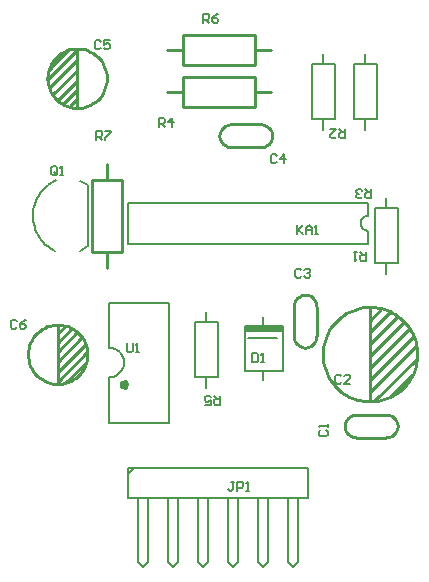
<source format=gto>
%FSLAX44Y44*%
%MOMM*%
G71*
G01*
G75*
%ADD10C,1.7780*%
%ADD11C,1.6000*%
%ADD12R,1.6000X1.6000*%
%ADD13R,1.7556X1.7634*%
%ADD14O,1.7556X1.7634*%
%ADD15R,1.7634X1.7556*%
%ADD16O,1.7634X1.7556*%
%ADD17O,2.5400X1.6764*%
%ADD18C,1.4986*%
%ADD19C,0.2000*%
%ADD20C,0.2540*%
%ADD21C,0.3810*%
%ADD22C,0.1778*%
%ADD23C,0.1270*%
%ADD24R,3.2000X0.5080*%
D19*
X312420Y213770D02*
X309990Y213287D01*
X307930Y211910D01*
X306553Y209850D01*
X306070Y207420D01*
X306553Y204990D01*
X307930Y202930D01*
X309990Y201553D01*
X312420Y201070D01*
X121920Y-83580D02*
X126153Y-79347D01*
X143087Y-79347D02*
X147320Y-83580D01*
X151553Y-79347D01*
X117687D02*
X121920Y-83580D01*
X109643Y-4417D02*
X113877Y-183D01*
X109220Y240D02*
X261620D01*
X109220Y-25160D02*
Y240D01*
X261620Y-25160D02*
Y240D01*
X109220Y-25160D02*
X261620D01*
X117687Y-79347D02*
Y-25414D01*
X126153Y-79347D02*
Y-25160D01*
X143087Y-79347D02*
Y-25414D01*
X151553Y-79347D02*
Y-25414D01*
X172720Y-83580D02*
X176953Y-79347D01*
X193887Y-79347D02*
X198120Y-83580D01*
X202353Y-79347D01*
X168487D02*
X172720Y-83580D01*
X168487Y-79347D02*
Y-25414D01*
X176953Y-79347D02*
Y-25160D01*
X193887Y-79347D02*
Y-25414D01*
X202353Y-79347D02*
Y-25414D01*
X223520Y-83580D02*
X227753Y-79347D01*
X244687Y-79347D02*
X248920Y-83580D01*
X253153Y-79347D01*
X219287D02*
X223520Y-83580D01*
X219287Y-79347D02*
Y-25414D01*
X227753Y-79347D02*
Y-25160D01*
X244687Y-79347D02*
Y-25414D01*
X253153Y-79347D02*
Y-25414D01*
X312420Y213770D02*
Y224670D01*
Y190170D02*
Y201070D01*
X109220Y190170D02*
X312420D01*
X109220D02*
Y224670D01*
X312420D01*
D20*
X74706Y96480D02*
X74577Y99024D01*
X74191Y101542D01*
X73553Y104008D01*
X72668Y106397D01*
X71546Y108683D01*
X70199Y110845D01*
X68640Y112859D01*
X66885Y114706D01*
X64952Y116365D01*
X62861Y117820D01*
X60634Y119056D01*
X58293Y120061D01*
X55863Y120823D01*
X53368Y121336D01*
X50834Y121594D01*
X48286D01*
X45752Y121336D01*
X43257Y120823D01*
X40827Y120061D01*
X38486Y119056D01*
X36259Y117820D01*
X34168Y116365D01*
X32235Y114706D01*
X30480Y112859D01*
X28921Y110845D01*
X27574Y108683D01*
X26452Y106397D01*
X25567Y104008D01*
X24929Y101542D01*
X24543Y99024D01*
X24414Y96480D01*
X24543Y93936D01*
X24929Y91418D01*
X25567Y88952D01*
X26452Y86564D01*
X27574Y84277D01*
X28921Y82115D01*
X30480Y80101D01*
X32235Y78254D01*
X34168Y76595D01*
X36259Y75140D01*
X38486Y73904D01*
X40827Y72899D01*
X43257Y72137D01*
X45752Y71624D01*
X48286Y71366D01*
X50834D01*
X53368Y71624D01*
X55863Y72137D01*
X58293Y72899D01*
X60634Y73904D01*
X62861Y75140D01*
X64952Y76595D01*
X66885Y78254D01*
X68640Y80101D01*
X70199Y82115D01*
X71546Y84277D01*
X72668Y86564D01*
X73553Y88952D01*
X74191Y91418D01*
X74577Y93936D01*
X74706Y96480D01*
X91186Y330200D02*
X91057Y332744D01*
X90671Y335262D01*
X90033Y337728D01*
X89148Y340117D01*
X88026Y342403D01*
X86679Y344565D01*
X85120Y346579D01*
X83365Y348426D01*
X81432Y350085D01*
X79341Y351540D01*
X77114Y352776D01*
X74773Y353781D01*
X72343Y354543D01*
X69848Y355056D01*
X67314Y355314D01*
X64766D01*
X62232Y355056D01*
X59737Y354543D01*
X57307Y353781D01*
X54966Y352776D01*
X52739Y351540D01*
X50648Y350085D01*
X48715Y348426D01*
X46960Y346579D01*
X45401Y344565D01*
X44054Y342403D01*
X42932Y340117D01*
X42047Y337728D01*
X41409Y335262D01*
X41023Y332744D01*
X40894Y330200D01*
X41023Y327656D01*
X41409Y325138D01*
X42047Y322672D01*
X42932Y320284D01*
X44054Y317997D01*
X45401Y315835D01*
X46960Y313821D01*
X48715Y311974D01*
X50648Y310315D01*
X52739Y308860D01*
X54966Y307624D01*
X57307Y306619D01*
X59737Y305857D01*
X62232Y305344D01*
X64766Y305086D01*
X67314D01*
X69848Y305344D01*
X72343Y305857D01*
X74773Y306619D01*
X77114Y307624D01*
X79341Y308860D01*
X81432Y310315D01*
X83365Y311974D01*
X85120Y313821D01*
X86679Y315835D01*
X88026Y317997D01*
X89148Y320284D01*
X90033Y322672D01*
X90671Y325138D01*
X91057Y327656D01*
X91186Y330200D01*
X196152Y291147D02*
X193648Y290841D01*
X191312Y289891D01*
X189307Y288362D01*
X187771Y286362D01*
X186813Y284029D01*
X186499Y281527D01*
X186851Y279030D01*
X187845Y276712D01*
X189411Y274736D01*
X191439Y273238D01*
X193790Y272323D01*
X196297Y272056D01*
X221595Y272054D02*
X224098Y272359D01*
X226434Y273309D01*
X228439Y274838D01*
X229975Y276838D01*
X230933Y279171D01*
X231247Y281673D01*
X230895Y284170D01*
X229901Y286488D01*
X228335Y288464D01*
X226306Y289962D01*
X223956Y290877D01*
X221449Y291144D01*
X249534Y111611D02*
X249839Y109108D01*
X250789Y106772D01*
X252318Y104767D01*
X254318Y103231D01*
X256651Y102273D01*
X259153Y101959D01*
X261650Y102311D01*
X263968Y103305D01*
X265944Y104871D01*
X267442Y106899D01*
X268357Y109250D01*
X268624Y111757D01*
X268626Y137055D02*
X268321Y139558D01*
X267371Y141894D01*
X265842Y143899D01*
X263842Y145435D01*
X261509Y146393D01*
X259007Y146707D01*
X256510Y146355D01*
X254192Y145361D01*
X252216Y143795D01*
X250718Y141767D01*
X249803Y139416D01*
X249536Y136909D01*
X353975Y96520D02*
X353894Y99057D01*
X353653Y101584D01*
X353252Y104090D01*
X352693Y106566D01*
X351978Y109001D01*
X351109Y111386D01*
X350092Y113712D01*
X348929Y115968D01*
X347625Y118146D01*
X346185Y120236D01*
X344616Y122232D01*
X342924Y124123D01*
X341115Y125904D01*
X339197Y127566D01*
X337177Y129103D01*
X335064Y130509D01*
X332865Y131778D01*
X330591Y132905D01*
X328250Y133886D01*
X325851Y134716D01*
X323405Y135393D01*
X320921Y135912D01*
X318408Y136273D01*
X315878Y136475D01*
X313340Y136515D01*
X310805Y136394D01*
X308282Y136113D01*
X305782Y135672D01*
X303316Y135074D01*
X300892Y134320D01*
X298521Y133414D01*
X296212Y132360D01*
X293975Y131161D01*
X291818Y129823D01*
X289750Y128350D01*
X287780Y126750D01*
X285916Y125028D01*
X284164Y123191D01*
X282533Y121246D01*
X281028Y119202D01*
X279655Y117067D01*
X278421Y114849D01*
X277330Y112557D01*
X276387Y110201D01*
X275595Y107789D01*
X274957Y105332D01*
X274477Y102840D01*
X274156Y100322D01*
X273995Y97789D01*
Y95251D01*
X274156Y92718D01*
X274477Y90200D01*
X274957Y87708D01*
X275595Y85251D01*
X276387Y82839D01*
X277330Y80483D01*
X278421Y78191D01*
X279655Y75973D01*
X281028Y73838D01*
X282533Y71794D01*
X284164Y69849D01*
X285916Y68012D01*
X287780Y66290D01*
X289750Y64689D01*
X291818Y63217D01*
X293975Y61879D01*
X296212Y60680D01*
X298521Y59626D01*
X300892Y58720D01*
X303316Y57966D01*
X305782Y57368D01*
X308282Y56927D01*
X310805Y56646D01*
X313340Y56525D01*
X315878Y56565D01*
X318408Y56767D01*
X320921Y57128D01*
X323405Y57648D01*
X325851Y58324D01*
X328250Y59154D01*
X330591Y60135D01*
X332865Y61262D01*
X335064Y62531D01*
X337177Y63937D01*
X339197Y65474D01*
X341115Y67136D01*
X342924Y68917D01*
X344616Y70808D01*
X346185Y72804D01*
X347625Y74894D01*
X348929Y77072D01*
X350092Y79328D01*
X351109Y81653D01*
X351977Y84038D01*
X352692Y86474D01*
X353252Y88950D01*
X353653Y91456D01*
X353894Y93983D01*
X353975Y96520D01*
X327808Y26014D02*
X330312Y26319D01*
X332648Y27269D01*
X334653Y28798D01*
X336189Y30798D01*
X337147Y33131D01*
X337461Y35633D01*
X337109Y38130D01*
X336115Y40448D01*
X334549Y42424D01*
X332520Y43922D01*
X330170Y44837D01*
X327663Y45104D01*
X302365Y45107D02*
X299862Y44801D01*
X297526Y43851D01*
X295521Y42322D01*
X293985Y40322D01*
X293027Y37989D01*
X292713Y35487D01*
X293065Y32990D01*
X294059Y30672D01*
X295625Y28696D01*
X297654Y27198D01*
X300004Y26283D01*
X302511Y26016D01*
X49560Y71588D02*
Y121626D01*
Y109688D02*
Y113752D01*
Y109688D02*
Y114006D01*
X55656Y120102D01*
X49560Y106132D02*
Y106386D01*
X61244Y118070D01*
X49560Y98512D02*
X66070Y115022D01*
X49560Y89114D02*
Y90130D01*
X69626Y110196D01*
X49560Y80986D02*
Y81240D01*
X73182Y104862D01*
X49560Y72858D02*
X74706Y98004D01*
X54132Y72096D02*
X56164D01*
X73436Y89368D01*
X78940Y243840D02*
X103940D01*
Y182880D02*
Y243840D01*
X78940Y182880D02*
X103940D01*
X78940D02*
Y243840D01*
X91440Y169418D02*
Y182626D01*
Y244348D02*
Y257556D01*
X66040Y305054D02*
Y355092D01*
Y312928D02*
Y316992D01*
Y312674D02*
Y316992D01*
X59944Y306578D02*
X66040Y312674D01*
Y320294D02*
Y320548D01*
X54356Y308610D02*
X66040Y320294D01*
X49530Y311658D02*
X66040Y328168D01*
Y336550D02*
Y337566D01*
X45974Y316484D02*
X66040Y336550D01*
Y345440D02*
Y345694D01*
X42418Y321818D02*
X66040Y345440D01*
X40894Y328676D02*
X66040Y353822D01*
X59436Y354584D02*
X61468D01*
X42164Y337312D02*
X59436Y354584D01*
X216600Y341740D02*
Y366740D01*
X155640Y341740D02*
X216600D01*
X155640D02*
Y366740D01*
X216600D01*
X142178Y354240D02*
X155386D01*
X217108D02*
X230316D01*
X155640Y306180D02*
Y331180D01*
X216600D01*
Y306180D02*
Y331180D01*
X155640Y306180D02*
X216600D01*
X216854Y318680D02*
X230062D01*
X141924D02*
X155132D01*
X196300Y291252D02*
X221700D01*
X196554Y271948D02*
X220938D01*
X249428Y111760D02*
Y137160D01*
X268732Y112014D02*
Y136398D01*
X313975Y56520D02*
Y136520D01*
Y122936D02*
Y124968D01*
X323627Y134620D01*
X313975Y109474D02*
Y115316D01*
X330739Y132080D01*
X313975Y102108D02*
Y105156D01*
X337089Y128270D01*
X313975Y90678D02*
Y95250D01*
X342677Y123952D01*
X313975Y82804D02*
Y84836D01*
X347249Y118110D01*
X313975Y74676D02*
X350805Y111506D01*
X313975Y64516D02*
X352837Y103378D01*
X314483Y56642D02*
X317785D01*
X353853Y92710D01*
X331247Y60960D02*
X331755D01*
X349789Y78994D01*
X302260Y25908D02*
X327660D01*
X303022Y45212D02*
X327406D01*
D21*
X107727Y70959D02*
X106323Y72891D01*
X104051Y72153D01*
Y69764D01*
X106323Y69026D01*
X107727Y70959D01*
D22*
X92645Y76813D02*
X95176Y76980D01*
X97624Y77648D01*
X99890Y78789D01*
X101884Y80358D01*
X103527Y82291D01*
X104752Y84513D01*
X105512Y86934D01*
X105775Y89457D01*
X105531Y91983D01*
X104790Y94409D01*
X103581Y96640D01*
X101953Y98586D01*
X99971Y100170D01*
X97714Y101328D01*
X95271Y102014D01*
X92741Y102201D01*
X48267Y243825D02*
X46006Y242725D01*
X43836Y241456D01*
X41769Y240026D01*
X39816Y238442D01*
X37990Y236715D01*
X36300Y234854D01*
X34757Y232869D01*
X33370Y230773D01*
X32145Y228578D01*
X31092Y226295D01*
X30215Y223940D01*
X29519Y221524D01*
X29010Y219062D01*
X28689Y216569D01*
X28559Y214058D01*
X28620Y211545D01*
X28873Y209044D01*
X29314Y206569D01*
X29943Y204136D01*
X30755Y201757D01*
X31746Y199446D01*
X32910Y197218D01*
X34240Y195085D01*
X35728Y193059D01*
X37366Y191152D01*
X39144Y189375D01*
X41053Y187739D01*
X43080Y186253D01*
X45214Y184925D01*
X47444Y183763D01*
X327660Y164592D02*
Y173482D01*
X318008D02*
Y220472D01*
X327660D02*
Y229108D01*
X337312Y173482D02*
Y220472D01*
X318008D02*
X337312D01*
X318008Y173482D02*
X337312D01*
X175260Y68072D02*
Y76962D01*
X165608D02*
Y123952D01*
X175260D02*
Y132588D01*
X184912Y76962D02*
Y123952D01*
X165608D02*
X184912D01*
X165608Y76962D02*
X184912D01*
X274320Y286512D02*
Y295402D01*
X264668D02*
Y342392D01*
X274320D02*
Y351028D01*
X283972Y295402D02*
Y342392D01*
X264668D02*
X283972D01*
X264668Y295402D02*
X283972D01*
X309880Y286512D02*
Y295402D01*
X300228D02*
Y342392D01*
X309880D02*
Y351028D01*
X319532Y295402D02*
Y342392D01*
X300228D02*
X319532D01*
X300228Y295402D02*
X319532D01*
X92741Y140301D02*
X143541D01*
Y38701D02*
Y140301D01*
X92741Y38701D02*
X143541D01*
X92741Y102455D02*
Y140301D01*
Y38701D02*
Y76801D01*
X223520Y120650D02*
X240030D01*
Y82550D02*
Y120650D01*
X208030Y82550D02*
X240030D01*
X208030D02*
Y120650D01*
X223520D01*
Y74930D02*
Y82550D01*
Y120650D02*
Y128270D01*
X210820Y110236D02*
X235458D01*
X223520Y120650D02*
X228854D01*
X219456D02*
X223520D01*
X68640Y184064D02*
X74930Y188468D01*
X68326Y243332D02*
X74930Y240030D01*
Y188468D02*
Y240030D01*
D23*
X199138Y-11502D02*
X196599D01*
X197869D01*
Y-17850D01*
X196599Y-19120D01*
X195330D01*
X194060Y-17850D01*
X201677Y-19120D02*
Y-11502D01*
X205486D01*
X206756Y-12772D01*
Y-15311D01*
X205486Y-16581D01*
X201677D01*
X209295Y-19120D02*
X211834D01*
X210565D01*
Y-11502D01*
X209295Y-12772D01*
X252000Y205618D02*
Y198000D01*
Y200539D01*
X257078Y205618D01*
X253270Y201809D01*
X257078Y198000D01*
X259618D02*
Y203078D01*
X262157Y205618D01*
X264696Y203078D01*
Y198000D01*
Y201809D01*
X259618D01*
X267235Y198000D02*
X269774D01*
X268505D01*
Y205618D01*
X267235Y204348D01*
X271909Y32129D02*
X270639Y30860D01*
Y28321D01*
X271909Y27051D01*
X276987D01*
X278257Y28321D01*
Y30860D01*
X276987Y32129D01*
X278257Y34669D02*
Y37208D01*
Y35938D01*
X270639D01*
X271909Y34669D01*
X289578Y77909D02*
X288309Y79178D01*
X285770D01*
X284500Y77909D01*
Y72831D01*
X285770Y71561D01*
X288309D01*
X289578Y72831D01*
X297196Y71561D02*
X292117D01*
X297196Y76639D01*
Y77909D01*
X295926Y79178D01*
X293387D01*
X292117Y77909D01*
X255649Y167511D02*
X254380Y168780D01*
X251841D01*
X250571Y167511D01*
Y162433D01*
X251841Y161163D01*
X254380D01*
X255649Y162433D01*
X258188Y167511D02*
X259458Y168780D01*
X261997D01*
X263267Y167511D01*
Y166241D01*
X261997Y164972D01*
X260728D01*
X261997D01*
X263267Y163702D01*
Y162433D01*
X261997Y161163D01*
X259458D01*
X258188Y162433D01*
X235078Y264348D02*
X233809Y265618D01*
X231270D01*
X230000Y264348D01*
Y259270D01*
X231270Y258000D01*
X233809D01*
X235078Y259270D01*
X241426Y258000D02*
Y265618D01*
X237617Y261809D01*
X242696D01*
X85838Y361148D02*
X84569Y362418D01*
X82030D01*
X80760Y361148D01*
Y356070D01*
X82030Y354800D01*
X84569D01*
X85838Y356070D01*
X93456Y362418D02*
X88378D01*
Y358609D01*
X90917Y359878D01*
X92186D01*
X93456Y358609D01*
Y356070D01*
X92186Y354800D01*
X89647D01*
X88378Y356070D01*
X15078Y124348D02*
X13809Y125618D01*
X11270D01*
X10000Y124348D01*
Y119270D01*
X11270Y118000D01*
X13809D01*
X15078Y119270D01*
X22696Y125618D02*
X20157Y124348D01*
X17617Y121809D01*
Y119270D01*
X18887Y118000D01*
X21426D01*
X22696Y119270D01*
Y120539D01*
X21426Y121809D01*
X17617D01*
X49178Y249310D02*
Y254388D01*
X47909Y255658D01*
X45370D01*
X44100Y254388D01*
Y249310D01*
X45370Y248040D01*
X47909D01*
X46639Y250579D02*
X49178Y248040D01*
X47909D02*
X49178Y249310D01*
X51718Y248040D02*
X54257D01*
X52987D01*
Y255658D01*
X51718Y254388D01*
X310300Y183240D02*
Y175623D01*
X306491D01*
X305222Y176892D01*
Y179431D01*
X306491Y180701D01*
X310300D01*
X307761D02*
X305222Y183240D01*
X302682D02*
X300143D01*
X301413D01*
Y175623D01*
X302682Y176892D01*
X292960Y287000D02*
Y279382D01*
X289151D01*
X287882Y280652D01*
Y283191D01*
X289151Y284461D01*
X292960D01*
X290421D02*
X287882Y287000D01*
X280264D02*
X285343D01*
X280264Y281922D01*
Y280652D01*
X281534Y279382D01*
X284073D01*
X285343Y280652D01*
X314920Y236000D02*
Y228382D01*
X311111D01*
X309842Y229652D01*
Y232191D01*
X311111Y233461D01*
X314920D01*
X312381D02*
X309842Y236000D01*
X307303Y229652D02*
X306033Y228382D01*
X303494D01*
X302224Y229652D01*
Y230922D01*
X303494Y232191D01*
X304763D01*
X303494D01*
X302224Y233461D01*
Y234730D01*
X303494Y236000D01*
X306033D01*
X307303Y234730D01*
X135000Y289000D02*
Y296618D01*
X138809D01*
X140078Y295348D01*
Y292809D01*
X138809Y291539D01*
X135000D01*
X137539D02*
X140078Y289000D01*
X146426D02*
Y296618D01*
X142618Y292809D01*
X147696D01*
X186740Y61280D02*
Y53663D01*
X182931D01*
X181662Y54932D01*
Y57471D01*
X182931Y58741D01*
X186740D01*
X184201D02*
X181662Y61280D01*
X174044Y53663D02*
X179123D01*
Y57471D01*
X176583Y56202D01*
X175314D01*
X174044Y57471D01*
Y60010D01*
X175314Y61280D01*
X177853D01*
X179123Y60010D01*
X173000Y377000D02*
Y384618D01*
X176809D01*
X178078Y383348D01*
Y380809D01*
X176809Y379539D01*
X173000D01*
X175539D02*
X178078Y377000D01*
X185696Y384618D02*
X183157Y383348D01*
X180618Y380809D01*
Y378270D01*
X181887Y377000D01*
X184426D01*
X185696Y378270D01*
Y379539D01*
X184426Y380809D01*
X180618D01*
X82080Y278000D02*
Y285618D01*
X85889D01*
X87158Y284348D01*
Y281809D01*
X85889Y280539D01*
X82080D01*
X84619D02*
X87158Y278000D01*
X89698Y285618D02*
X94776D01*
Y284348D01*
X89698Y279270D01*
Y278000D01*
X108000Y105618D02*
Y99270D01*
X109270Y98000D01*
X111809D01*
X113078Y99270D01*
Y105618D01*
X115618Y98000D02*
X118157D01*
X116887D01*
Y105618D01*
X115618Y104348D01*
X214440Y97498D02*
Y89880D01*
X218249D01*
X219518Y91150D01*
Y96228D01*
X218249Y97498D01*
X214440D01*
X222057Y89880D02*
X224597D01*
X223327D01*
Y97498D01*
X222057Y96228D01*
D24*
X224030Y118110D02*
D03*
M02*

</source>
